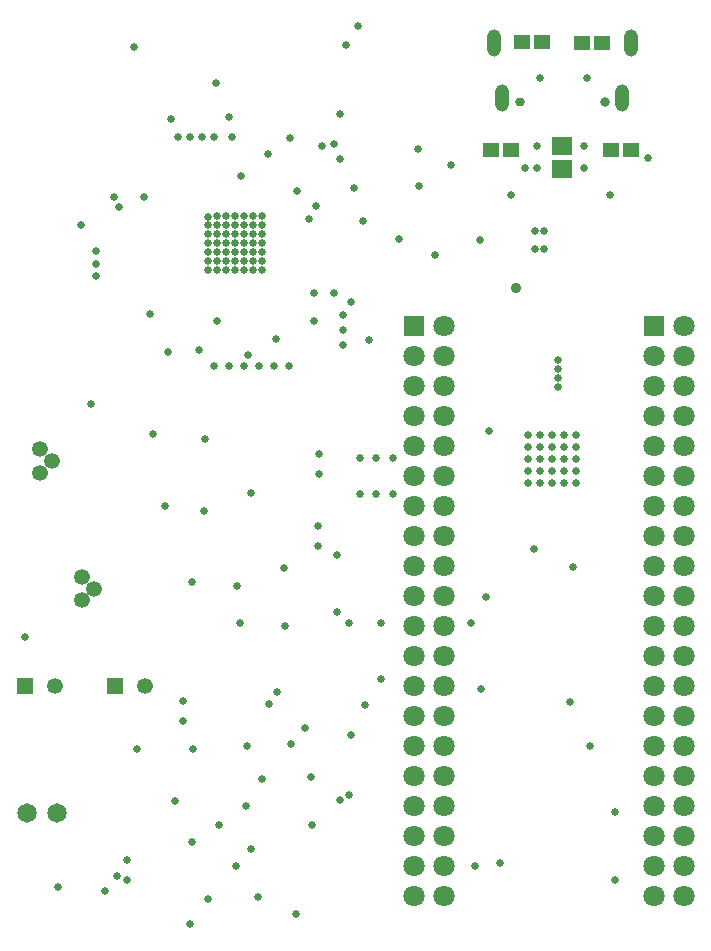
<source format=gbs>
G04*
G04 #@! TF.GenerationSoftware,Altium Limited,Altium Designer,21.6.1 (37)*
G04*
G04 Layer_Color=16711935*
%FSAX25Y25*%
%MOIN*%
G70*
G04*
G04 #@! TF.SameCoordinates,E0C0A44B-B62E-4E6E-ADDB-BB2CC36F5004*
G04*
G04*
G04 #@! TF.FilePolarity,Negative*
G04*
G01*
G75*
%ADD47R,0.05512X0.04921*%
%ADD63C,0.05284*%
%ADD64C,0.03189*%
G04:AMPARAMS|DCode=65|XSize=31.89mil|YSize=29.53mil|CornerRadius=14.76mil|HoleSize=0mil|Usage=FLASHONLY|Rotation=180.000|XOffset=0mil|YOffset=0mil|HoleType=Round|Shape=RoundedRectangle|*
%AMROUNDEDRECTD65*
21,1,0.03189,0.00000,0,0,180.0*
21,1,0.00236,0.02953,0,0,180.0*
1,1,0.02953,-0.00118,0.00000*
1,1,0.02953,0.00118,0.00000*
1,1,0.02953,0.00118,0.00000*
1,1,0.02953,-0.00118,0.00000*
%
%ADD65ROUNDEDRECTD65*%
G04:AMPARAMS|DCode=66|XSize=47.24mil|YSize=90.55mil|CornerRadius=23.62mil|HoleSize=0mil|Usage=FLASHONLY|Rotation=180.000|XOffset=0mil|YOffset=0mil|HoleType=Round|Shape=RoundedRectangle|*
%AMROUNDEDRECTD66*
21,1,0.04724,0.04331,0,0,180.0*
21,1,0.00000,0.09055,0,0,180.0*
1,1,0.04724,0.00000,0.02165*
1,1,0.04724,0.00000,0.02165*
1,1,0.04724,0.00000,-0.02165*
1,1,0.04724,0.00000,-0.02165*
%
%ADD66ROUNDEDRECTD66*%
%ADD67R,0.05284X0.05284*%
%ADD68C,0.06496*%
%ADD69R,0.07087X0.07087*%
%ADD70C,0.07087*%
%ADD71C,0.02591*%
%ADD72C,0.03591*%
%ADD84R,0.06850X0.06063*%
D47*
X0172362Y0284500D02*
D03*
X0165669D02*
D03*
X0182846Y0320500D02*
D03*
X0176154D02*
D03*
X0196153Y0320472D02*
D03*
X0202847D02*
D03*
X0205654Y0284500D02*
D03*
X0212347D02*
D03*
D63*
X0019437Y0180937D02*
D03*
X0015500Y0184874D02*
D03*
Y0177000D02*
D03*
X0029500Y0134500D02*
D03*
X0033437Y0138437D02*
D03*
X0029500Y0142374D02*
D03*
X0020500Y0106000D02*
D03*
X0050500D02*
D03*
D64*
X0203673Y0300590D02*
D03*
D65*
X0175327D02*
D03*
D66*
X0209579Y0302087D02*
D03*
X0169421D02*
D03*
X0212335Y0320472D02*
D03*
X0166665D02*
D03*
D67*
X0010500Y0106000D02*
D03*
X0040500D02*
D03*
D68*
X0021000Y0063500D02*
D03*
X0011000D02*
D03*
D69*
X0220000Y0226000D02*
D03*
X0140000D02*
D03*
D70*
X0230000D02*
D03*
X0220000Y0216000D02*
D03*
X0230000D02*
D03*
X0220000Y0206000D02*
D03*
X0230000D02*
D03*
X0220000Y0196000D02*
D03*
X0230000D02*
D03*
X0220000Y0186000D02*
D03*
X0230000D02*
D03*
X0220000Y0176000D02*
D03*
X0230000D02*
D03*
X0220000Y0166000D02*
D03*
X0230000D02*
D03*
X0220000Y0156000D02*
D03*
X0230000D02*
D03*
X0220000Y0146000D02*
D03*
X0230000D02*
D03*
X0220000Y0136000D02*
D03*
X0230000D02*
D03*
X0220000Y0126000D02*
D03*
X0230000D02*
D03*
X0220000Y0116000D02*
D03*
X0230000D02*
D03*
X0220000Y0106000D02*
D03*
X0230000D02*
D03*
X0220000Y0096000D02*
D03*
X0230000D02*
D03*
X0220000Y0086000D02*
D03*
X0230000D02*
D03*
X0220000Y0076000D02*
D03*
X0230000D02*
D03*
X0220000Y0066000D02*
D03*
X0230000D02*
D03*
X0220000Y0056000D02*
D03*
X0230000D02*
D03*
X0220000Y0046000D02*
D03*
X0230000D02*
D03*
X0220000Y0036000D02*
D03*
X0230000D02*
D03*
X0150000Y0226000D02*
D03*
X0140000Y0216000D02*
D03*
X0150000D02*
D03*
X0140000Y0206000D02*
D03*
X0150000D02*
D03*
X0140000Y0196000D02*
D03*
X0150000D02*
D03*
X0140000Y0186000D02*
D03*
X0150000D02*
D03*
X0140000Y0176000D02*
D03*
X0150000D02*
D03*
X0140000Y0166000D02*
D03*
X0150000D02*
D03*
X0140000Y0156000D02*
D03*
X0150000D02*
D03*
X0140000Y0146000D02*
D03*
X0150000D02*
D03*
X0140000Y0136000D02*
D03*
X0150000D02*
D03*
X0140000Y0126000D02*
D03*
X0150000D02*
D03*
X0140000Y0116000D02*
D03*
X0150000D02*
D03*
X0140000Y0106000D02*
D03*
X0150000D02*
D03*
X0140000Y0096000D02*
D03*
X0150000D02*
D03*
X0140000Y0086000D02*
D03*
X0150000D02*
D03*
X0140000Y0076000D02*
D03*
X0150000D02*
D03*
X0140000Y0066000D02*
D03*
X0150000D02*
D03*
X0140000Y0056000D02*
D03*
X0150000D02*
D03*
X0140000Y0046000D02*
D03*
X0150000D02*
D03*
X0140000Y0036000D02*
D03*
X0150000D02*
D03*
D71*
X0084700Y0216300D02*
D03*
X0091500Y0283154D02*
D03*
X0123756Y0099500D02*
D03*
X0165000Y0190846D02*
D03*
X0063256Y0100847D02*
D03*
X0091843Y0099968D02*
D03*
X0094500Y0104000D02*
D03*
X0053264Y0190075D02*
D03*
X0070579Y0188240D02*
D03*
X0122000Y0170000D02*
D03*
X0108500Y0176654D02*
D03*
Y0183346D02*
D03*
X0096921Y0145240D02*
D03*
X0097000Y0125980D02*
D03*
X0085921Y0170240D02*
D03*
X0108000Y0152654D02*
D03*
Y0159346D02*
D03*
X0057028Y0165825D02*
D03*
X0070079Y0164240D02*
D03*
X0118500Y0127000D02*
D03*
X0129000Y0108154D02*
D03*
X0082028Y0127075D02*
D03*
X0129000Y0126846D02*
D03*
X0032346Y0200000D02*
D03*
X0010500Y0122154D02*
D03*
X0114500Y0149500D02*
D03*
Y0130807D02*
D03*
X0081079Y0139240D02*
D03*
X0066264Y0140575D02*
D03*
X0158990Y0127000D02*
D03*
X0192000Y0100500D02*
D03*
X0193100Y0145500D02*
D03*
X0164246Y0135653D02*
D03*
X0180235Y0151754D02*
D03*
X0178000Y0189500D02*
D03*
X0182000D02*
D03*
X0188000Y0214500D02*
D03*
Y0205500D02*
D03*
Y0208500D02*
D03*
Y0211500D02*
D03*
X0186000Y0189500D02*
D03*
X0190000D02*
D03*
X0194000Y0173500D02*
D03*
Y0189500D02*
D03*
Y0177500D02*
D03*
Y0185500D02*
D03*
Y0181500D02*
D03*
X0178000Y0173500D02*
D03*
X0182000D02*
D03*
X0190000D02*
D03*
X0178000Y0181500D02*
D03*
X0186000D02*
D03*
X0178000Y0185500D02*
D03*
X0186000D02*
D03*
X0182000Y0181500D02*
D03*
X0190000Y0177500D02*
D03*
Y0185500D02*
D03*
X0182000D02*
D03*
X0186000Y0177500D02*
D03*
X0182000D02*
D03*
X0178000D02*
D03*
X0186000Y0173500D02*
D03*
X0190000Y0181500D02*
D03*
X0162500Y0105000D02*
D03*
X0207000Y0041153D02*
D03*
X0100847Y0029900D02*
D03*
X0207000Y0064000D02*
D03*
X0160500Y0046000D02*
D03*
X0037000Y0037500D02*
D03*
X0041000Y0042500D02*
D03*
X0066000Y0054000D02*
D03*
X0066346Y0085000D02*
D03*
X0060500Y0067500D02*
D03*
X0047654Y0085000D02*
D03*
X0084500Y0086000D02*
D03*
X0119000Y0089500D02*
D03*
X0105910Y0075500D02*
D03*
X0089500Y0075000D02*
D03*
X0115512Y0068000D02*
D03*
X0071500Y0035000D02*
D03*
X0021280Y0038866D02*
D03*
X0084256Y0066000D02*
D03*
X0118602Y0069500D02*
D03*
X0103669Y0092000D02*
D03*
X0099012Y0086500D02*
D03*
X0063256Y0094153D02*
D03*
X0044500Y0048000D02*
D03*
X0065500Y0026500D02*
D03*
X0088154Y0035500D02*
D03*
X0080756Y0046000D02*
D03*
X0106012Y0059500D02*
D03*
X0074988D02*
D03*
X0085913Y0051600D02*
D03*
X0044500Y0041307D02*
D03*
X0141510Y0285000D02*
D03*
X0162200Y0254800D02*
D03*
X0183400Y0251600D02*
D03*
X0180400D02*
D03*
Y0257600D02*
D03*
X0183400D02*
D03*
X0152500Y0279661D02*
D03*
X0113500Y0286500D02*
D03*
X0098750Y0288500D02*
D03*
X0115500Y0296500D02*
D03*
X0168846Y0047000D02*
D03*
X0122000Y0182000D02*
D03*
X0127500Y0170000D02*
D03*
Y0182000D02*
D03*
X0133000D02*
D03*
Y0170000D02*
D03*
X0116500Y0219500D02*
D03*
Y0224500D02*
D03*
Y0229500D02*
D03*
X0098500Y0212500D02*
D03*
X0093500D02*
D03*
X0088500D02*
D03*
X0083500D02*
D03*
X0078500D02*
D03*
X0073500D02*
D03*
X0068500Y0218000D02*
D03*
X0125000Y0221153D02*
D03*
X0058000Y0217154D02*
D03*
X0052000Y0229847D02*
D03*
X0198744Y0086000D02*
D03*
X0109500Y0286000D02*
D03*
X0115500Y0281500D02*
D03*
X0101000Y0271000D02*
D03*
X0205516Y0269500D02*
D03*
X0218254Y0282000D02*
D03*
X0141846Y0272500D02*
D03*
X0123000Y0261000D02*
D03*
X0172500Y0269500D02*
D03*
X0177254Y0278500D02*
D03*
X0147000Y0249654D02*
D03*
X0074244Y0307000D02*
D03*
X0080500Y0256500D02*
D03*
X0071500D02*
D03*
X0074500D02*
D03*
X0117500Y0319500D02*
D03*
X0121500Y0326000D02*
D03*
X0080500Y0253500D02*
D03*
X0077500Y0247500D02*
D03*
Y0250500D02*
D03*
X0080500D02*
D03*
X0077500Y0253500D02*
D03*
X0074500Y0227500D02*
D03*
X0034154Y0246750D02*
D03*
X0041846Y0265500D02*
D03*
X0071500Y0259500D02*
D03*
X0074500Y0262500D02*
D03*
Y0259500D02*
D03*
X0046847Y0319000D02*
D03*
X0040154Y0269000D02*
D03*
X0029154Y0259500D02*
D03*
X0050000Y0269000D02*
D03*
X0061500Y0288846D02*
D03*
X0069500D02*
D03*
X0065500Y0288846D02*
D03*
X0073500D02*
D03*
X0059153Y0295000D02*
D03*
X0071593Y0262406D02*
D03*
X0074500Y0253500D02*
D03*
X0034154Y0242500D02*
D03*
X0071500Y0244500D02*
D03*
Y0247500D02*
D03*
X0074500Y0250500D02*
D03*
Y0247500D02*
D03*
Y0244500D02*
D03*
X0071500Y0250500D02*
D03*
Y0253500D02*
D03*
X0034154Y0251000D02*
D03*
X0077500Y0244500D02*
D03*
X0080500D02*
D03*
Y0247500D02*
D03*
X0083500Y0244500D02*
D03*
X0119000Y0233846D02*
D03*
X0113346Y0237000D02*
D03*
X0120000Y0272000D02*
D03*
X0107307Y0266000D02*
D03*
X0135256Y0255000D02*
D03*
X0089500Y0253500D02*
D03*
X0086500Y0250500D02*
D03*
X0083500Y0247500D02*
D03*
X0086500Y0244500D02*
D03*
X0089500D02*
D03*
X0078500Y0295500D02*
D03*
X0077500Y0256500D02*
D03*
Y0262500D02*
D03*
Y0259500D02*
D03*
X0080500Y0262500D02*
D03*
Y0259500D02*
D03*
X0086500Y0262500D02*
D03*
X0083500D02*
D03*
X0089500D02*
D03*
X0079500Y0289000D02*
D03*
X0082500Y0276000D02*
D03*
X0089500Y0256500D02*
D03*
X0094153Y0221500D02*
D03*
X0105000Y0261500D02*
D03*
X0106846Y0227500D02*
D03*
X0106653Y0237000D02*
D03*
X0089500Y0259500D02*
D03*
X0086500Y0253500D02*
D03*
Y0256500D02*
D03*
X0083500D02*
D03*
Y0253500D02*
D03*
Y0259500D02*
D03*
X0086500D02*
D03*
X0083500Y0250500D02*
D03*
X0086500Y0247500D02*
D03*
X0089500Y0250500D02*
D03*
Y0247500D02*
D03*
X0196882Y0286000D02*
D03*
X0182118Y0308488D02*
D03*
X0196882Y0278500D02*
D03*
X0181134D02*
D03*
X0197866Y0308488D02*
D03*
X0181134Y0286000D02*
D03*
D72*
X0174000Y0238500D02*
D03*
D84*
X0189500Y0286000D02*
D03*
Y0278480D02*
D03*
M02*

</source>
